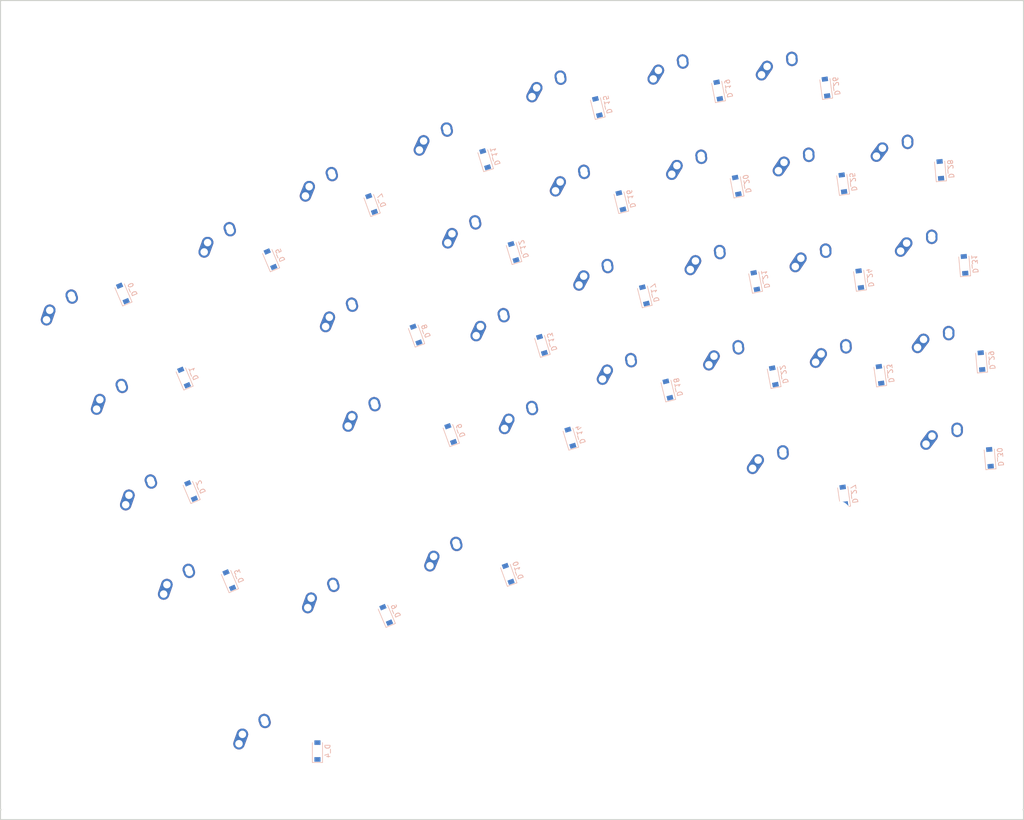
<source format=kicad_pcb>
(kicad_pcb (version 20240108) (generator "pcbnew") (generator_version "8.0")
  (layers (0 "F.Cu" signal) (31 "B.Cu" signal) (34 "B.Paste" user) (35 "F.Paste" user) (36 "B.SilkS" user "B.Silkscreen") (37 "F.SilkS" user "F.Silkscreen") (38 "B.Mask" user) (39 "F.Mask" user) (44 "Edge.Cuts" user))
  (net 0 "")
  (net 1 "col0")
  (net 2 "col1")
  (net 3 "col2")
  (net 4 "col3")
  (net 5 "col4")
  (net 6 "col5")
  (net 7 "col6")
  (net 8 "col7")
  (net 9 "row0")
  (net 10 "row1")
  (net 11 "row2")
  (net 12 "row3")
  (net 13 "row4")
  (net 14 "row5")
  (net 15 "Net-(D_0-Pad2)")
  (net 16 "Net-(D_5-Pad2)")
  (net 17 "Net-(D_7-Pad2)")
  (net 18 "Net-(D_11-Pad2)")
  (net 19 "Net-(D_15-Pad2)")
  (net 20 "Net-(D_19-Pad2)")
  (net 21 "Net-(D_26-Pad2)")
  (net 22 "Net-(D_1-Pad2)")
  (net 23 "Net-(D_12-Pad2)")
  (net 24 "Net-(D_16-Pad2)")
  (net 25 "Net-(D_20-Pad2)")
  (net 26 "Net-(D_25-Pad2)")
  (net 27 "Net-(D_28-Pad2)")
  (net 28 "Net-(D_2-Pad2)")
  (net 29 "Net-(D_8-Pad2)")
  (net 30 "Net-(D_13-Pad2)")
  (net 31 "Net-(D_17-Pad2)")
  (net 32 "Net-(D_21-Pad2)")
  (net 33 "Net-(D_24-Pad2)")
  (net 34 "Net-(D_31-Pad2)")
  (net 35 "Net-(D_3-Pad2)")
  (net 36 "Net-(D_9-Pad2)")
  (net 37 "Net-(D_14-Pad2)")
  (net 38 "Net-(D_18-Pad2)")
  (net 39 "Net-(D_22-Pad2)")
  (net 40 "Net-(D_23-Pad2)")
  (net 41 "Net-(D_29-Pad2)")
  (net 42 "Net-(D_4-Pad2)")
  (net 43 "Net-(D_27-Pad2)")
  (net 44 "Net-(D_30-Pad2)")
  (net 45 "Net-(D_6-Pad2)")
  (net 46 "Net-(D_10-Pad2)")
  (footprint "MX_Alps_Hybrid:MX-1U-NoLED" (layer "F.Cu") (at 77.384976 52.672167 20)
    (property "Reference" "K_7")
    (property "Value" "KEYSW")
    (pad "" np_thru_hole circle (at -5.08 0 68.0996) (size 1.75 1.75) (drill 1.75) (layers "*.Cu" "*.Mask"))
    (pad "" np_thru_hole circle (at 0 0 20) (size 3.9878 3.9878) (drill 3.9878) (layers "*.Cu" "*.Mask"))
    (pad "" np_thru_hole circle (at 5.08 0 68.0996) (size 1.75 1.75) (drill 1.75) (layers "*.Cu" "*.Mask"))
    (pad "1" thru_hole oval (at -3.81 -2.54 68.0996) (size 4.211556 2.25) (drill 1.47 (offset 0.980778 0)) (layers "*.Cu" "B.Mask") (net 3 "col2"))
    (pad "1" thru_hole circle (at -2.5 -4 20) (size 2.25 2.25) (drill 1.47) (layers "*.Cu" "B.Mask") (net 3 "col2"))
    (pad "2" thru_hole oval (at 2.5 -4.5 106.0548) (size 2.831378 2.25) (drill 1.47 (offset 0.290689 0)) (layers "*.Cu" "B.Mask") (net 17 "Net-(D_7-Pad2)"))
    (pad "2" thru_hole circle (at 2.54 -5.08 20) (size 2.25 2.25) (drill 1.47) (layers "*.Cu" "B.Mask") (net 17 "Net-(D_7-Pad2)"))
  )
  (footprint "MX_Alps_Hybrid:MX-1U-NoLED" (layer "F.Cu") (at 57.557569 63.514107 22)
    (property "Reference" "K_5")
    (property "Value" "KEYSW")
    (pad "" np_thru_hole circle (at -5.08 0 70.0996) (size 1.75 1.75) (drill 1.75) (layers "*.Cu" "*.Mask"))
    (pad "" np_thru_hole circle (at 0 0 22) (size 3.9878 3.9878) (drill 3.9878) (layers "*.Cu" "*.Mask"))
    (pad "" np_thru_hole circle (at 5.08 0 70.0996) (size 1.75 1.75) (drill 1.75) (layers "*.Cu" "*.Mask"))
    (pad "1" thru_hole oval (at -3.81 -2.54 70.0996) (size 4.211556 2.25) (drill 1.47 (offset 0.980778 0)) (layers "*.Cu" "B.Mask") (net 2 "col1"))
    (pad "1" thru_hole circle (at -2.5 -4 22) (size 2.25 2.25) (drill 1.47) (layers "*.Cu" "B.Mask") (net 2 "col1"))
    (pad "2" thru_hole oval (at 2.5 -4.5 108.0548) (size 2.831378 2.25) (drill 1.47 (offset 0.290689 0)) (layers "*.Cu" "B.Mask") (net 16 "Net-(D_5-Pad2)"))
    (pad "2" thru_hole circle (at 2.539999 -5.08 22) (size 2.25 2.25) (drill 1.47) (layers "*.Cu" "B.Mask") (net 16 "Net-(D_5-Pad2)"))
  )
  (footprint "MX_Alps_Hybrid:MX-1U-NoLED" (layer "F.Cu") (at 193.696477 64.610874 5)
    (property "Reference" "K_31")
    (property "Value" "KEYSW")
    (pad "" np_thru_hole circle (at -5.08 0 53.0996) (size 1.75 1.75) (drill 1.75) (layers "*.Cu" "*.Mask"))
    (pad "" np_thru_hole circle (at 0 0 5) (size 3.9878 3.9878) (drill 3.9878) (layers "*.Cu" "*.Mask"))
    (pad "" np_thru_hole circle (at 5.08 0 53.0996) (size 1.75 1.75) (drill 1.75) (layers "*.Cu" "*.Mask"))
    (pad "1" thru_hole oval (at -3.81 -2.54 53.0996) (size 4.211556 2.25) (drill 1.47 (offset 0.980778 0)) (layers "*.Cu" "B.Mask") (net 8 "col7"))
    (pad "1" thru_hole circle (at -2.5 -4 5) (size 2.25 2.25) (drill 1.47) (layers "*.Cu" "B.Mask") (net 8 "col7"))
    (pad "2" thru_hole oval (at 2.5 -4.499999 91.0548) (size 2.831378 2.25) (drill 1.47 (offset 0.290689 0)) (layers "*.Cu" "B.Mask") (net 34 "Net-(D_31-Pad2)"))
    (pad "2" thru_hole circle (at 2.54 -5.08 5) (size 2.25 2.25) (drill 1.47) (layers "*.Cu" "B.Mask") (net 34 "Net-(D_31-Pad2)"))
  )
  (footprint "MX_Alps_Hybrid:MX-1U-NoLED" (layer "F.Cu") (at 188.9521 45.975953 5)
    (property "Reference" "K_28")
    (property "Value" "KEYSW")
    (pad "" np_thru_hole circle (at -5.08 0 53.0996) (size 1.75 1.75) (drill 1.75) (layers "*.Cu" "*.Mask"))
    (pad "" np_thru_hole circle (at 0 0 5) (size 3.9878 3.9878) (drill 3.9878) (layers "*.Cu" "*.Mask"))
    (pad "" np_thru_hole circle (at 5.08 0 53.0996) (size 1.75 1.75) (drill 1.75) (layers "*.Cu" "*.Mask"))
    (pad "1" thru_hole oval (at -3.81 -2.54 53.0996) (size 4.211556 2.25) (drill 1.47 (offset 0.980778 0)) (layers "*.Cu" "B.Mask") (net 8 "col7"))
    (pad "1" thru_hole circle (at -2.5 -4 5) (size 2.25 2.25) (drill 1.47) (layers "*.Cu" "B.Mask") (net 8 "col7"))
    (pad "2" thru_hole oval (at 2.5 -4.499999 91.0548) (size 2.831378 2.25) (drill 1.47 (offset 0.290689 0)) (layers "*.Cu" "B.Mask") (net 27 "Net-(D_28-Pad2)"))
    (pad "2" thru_hole circle (at 2.54 -5.08 5) (size 2.25 2.25) (drill 1.47) (layers "*.Cu" "B.Mask") (net 27 "Net-(D_28-Pad2)"))
  )
  (footprint "MX_Alps_Hybrid:MX-1U-NoLED" (layer "F.Cu") (at 110.810379 80.321433 17)
    (property "Reference" "K_13")
    (property "Value" "KEYSW")
    (pad "" np_thru_hole circle (at -5.08 0 65.0996) (size 1.75 1.75) (drill 1.75) (layers "*.Cu" "*.Mask"))
    (pad "" np_thru_hole circle (at 0 0 17) (size 3.9878 3.9878) (drill 3.9878) (layers "*.Cu" "*.Mask"))
    (pad "" np_thru_hole circle (at 5.08 0 65.0996) (size 1.75 1.75) (drill 1.75) (layers "*.Cu" "*.Mask"))
    (pad "1" thru_hole oval (at -3.81 -2.54 65.0996) (size 4.211556 2.25) (drill 1.47 (offset 0.980778 0)) (layers "*.Cu" "B.Mask") (net 4 "col3"))
    (pad "1" thru_hole circle (at -2.5 -4 17) (size 2.25 2.25) (drill 1.47) (layers "*.Cu" "B.Mask") (net 4 "col3"))
    (pad "2" thru_hole oval (at 2.5 -4.5 103.0548) (size 2.831378 2.25) (drill 1.47 (offset 0.290689 0)) (layers "*.Cu" "B.Mask") (net 30 "Net-(D_13-Pad2)"))
    (pad "2" thru_hole circle (at 2.54 -5.08 17) (size 2.25 2.25) (drill 1.47) (layers "*.Cu" "B.Mask") (net 30 "Net-(D_13-Pad2)"))
  )
  (footprint "MX_Alps_Hybrid:MX-1U-NoLED" (layer "F.Cu") (at 152.655007 67.792086 11)
    (property "Reference" "K_21")
    (property "Value" "KEYSW")
    (pad "" np_thru_hole circle (at -5.08 0 59.0996) (size 1.75 1.75) (drill 1.75) (layers "*.Cu" "*.Mask"))
    (pad "" np_thru_hole circle (at 0 0 11) (size 3.9878 3.9878) (drill 3.9878) (layers "*.Cu" "*.Mask"))
    (pad "" np_thru_hole circle (at 5.08 0 59.0996) (size 1.75 1.75) (drill 1.75) (layers "*.Cu" "*.Mask"))
    (pad "1" thru_hole oval (at -3.81 -2.54 59.0996) (size 4.211556 2.25) (drill 1.47 (offset 0.980778 0)) (layers "*.Cu" "B.Mask") (net 6 "col5"))
    (pad "1" thru_hole circle (at -2.5 -4 11) (size 2.25 2.25) (drill 1.47) (layers "*.Cu" "B.Mask") (net 6 "col5"))
    (pad "2" thru_hole oval (at 2.5 -4.5 97.0548) (size 2.831378 2.25) (drill 1.47 (offset 0.290689 0)) (layers "*.Cu" "B.Mask") (net 32 "Net-(D_21-Pad2)"))
    (pad "2" thru_hole circle (at 2.54 -5.08 11) (size 2.25 2.25) (drill 1.47) (layers "*.Cu" "B.Mask") (net 32 "Net-(D_21-Pad2)"))
  )
  (footprint "MX_Alps_Hybrid:MX-2.25U-NoLED" (layer "F.Cu") (at 164.770325 107.036318 8)
    (property "Reference" "K_27")
    (property "Value" "KEYSW")
    (pad "" np_thru_hole circle (at -11.938 -6.985 8) (size 3.048 3.048) (drill 3.048) (layers "*.Cu" "*.Mask"))
    (pad "" np_thru_hole circle (at -11.938 8.255 8) (size 3.9878 3.9878) (drill 3.9878) (layers "*.Cu" "*.Mask"))
    (pad "" np_thru_hole circle (at -5.08 0 56.0996) (size 1.75 1.75) (drill 1.75) (layers "*.Cu" "*.Mask"))
    (pad "" np_thru_hole circle (at 0 0 8) (size 3.9878 3.9878) (drill 3.9878) (layers "*.Cu" "*.Mask"))
    (pad "" np_thru_hole circle (at 5.08 0 56.0996) (size 1.75 1.75) (drill 1.75) (layers "*.Cu" "*.Mask"))
    (pad "" np_thru_hole circle (at 11.938 -6.985 8) (size 3.048 3.048) (drill 3.048) (layers "*.Cu" "*.Mask"))
    (pad "" np_thru_hole circle (at 11.938 8.255 8) (size 3.9878 3.9878) (drill 3.9878) (layers "*.Cu" "*.Mask"))
    (pad "1" thru_hole oval (at -3.81 -2.54 56.0996) (size 4.211556 2.25) (drill 1.47 (offset 0.980778 0)) (layers "*.Cu" "B.Mask") (net 5 "col4"))
    (pad "1" thru_hole circle (at -2.5 -4.000002 8) (size 2.25 2.25) (drill 1.47) (layers "*.Cu" "B.Mask") (net 5 "col4"))
    (pad "2" thru_hole oval (at 2.5 -4.5 94.0548) (size 2.831378 2.25) (drill 1.47 (offset 0.290689 0)) (layers "*.Cu" "B.Mask") (net 43 "Net-(D_27-Pad2)"))
    (pad "2" thru_hole circle (at 2.54 -5.079998 8) (size 2.25 2.25) (drill 1.47) (layers "*.Cu" "B.Mask") (net 43 "Net-(D_27-Pad2)"))
  )
  (footprint "MX_Alps_Hybrid:MX-1U-NoLED" (layer "F.Cu") (at 166.524446 29.797096 8)
    (property "Reference" "K_26")
    (property "Value" "KEYSW")
    (pad "" np_thru_hole circle (at -5.08 0 56.0996) (size 1.75 1.75) (drill 1.75) (layers "*.Cu" "*.Mask"))
    (pad "" np_thru_hole circle (at 0 0 8) (size 3.9878 3.9878) (drill 3.9878) (layers "*.Cu" "*.Mask"))
    (pad "" np_thru_hole circle (at 5.08 0 56.0996) (size 1.75 1.75) (drill 1.75) (layers "*.Cu" "*.Mask"))
    (pad "1" thru_hole oval (at -3.81 -2.54 56.0996) (size 4.211556 2.25) (drill 1.47 (offset 0.980778 0)) (layers "*.Cu" "B.Mask") (net 7 "col6"))
    (pad "1" thru_hole circle (at -2.5 -4.000002 8) (size 2.25 2.25) (drill 1.47) (layers "*.Cu" "B.Mask") (net 7 "col6"))
    (pad "2" thru_hole oval (at 2.5 -4.5 94.0548) (size 2.831378 2.25) (drill 1.47 (offset 0.290689 0)) (layers "*.Cu" "B.Mask") (net 21 "Net-(D_26-Pad2)"))
    (pad "2" thru_hole circle (at 2.54 -5.079998 8) (size 2.25 2.25) (drill 1.47) (layers "*.Cu" "B.Mask") (net 21 "Net-(D_26-Pad2)"))
  )
  (footprint "MX_Alps_Hybrid:MX-1U-NoLED" (layer "F.Cu") (at 105.240698 62.103828 17)
    (property "Reference" "K_12")
    (property "Value" "KEYSW")
    (pad "" np_thru_hole circle (at -5.08 0 65.0996) (size 1.75 1.75) (drill 1.75) (layers "*.Cu" "*.Mask"))
    (pad "" np_thru_hole circle (at 0 0 17) (size 3.9878 3.9878) (drill 3.9878) (layers "*.Cu" "*.Mask"))
    (pad "" np_thru_hole circle (at 5.08 0 65.0996) (size 1.75 1.75) (drill 1.75) (layers "*.Cu" "*.Mask"))
    (pad "1" thru_hole oval (at -3.81 -2.54 65.0996) (size 4.211556 2.25) (drill 1.47 (offset 0.980778 0)) (layers "*.Cu" "B.Mask") (net 4 "col3"))
    (pad "1" thru_hole circle (at -2.5 -4 17) (size 2.25 2.25) (drill 1.47) (layers "*.Cu" "B.Mask") (net 4 "col3"))
    (pad "2" thru_hole oval (at 2.5 -4.5 103.0548) (size 2.831378 2.25) (drill 1.47 (offset 0.290689 0)) (layers "*.Cu" "B.Mask") (net 23 "Net-(D_12-Pad2)"))
    (pad "2" thru_hole circle (at 2.54 -5.08 17) (size 2.25 2.25) (drill 1.47) (layers "*.Cu" "B.Mask") (net 23 "Net-(D_12-Pad2)"))
  )
  (footprint "MX_Alps_Hybrid:MX-1.25U-NoLED" (layer "F.Cu") (at 64.382249 160.037331 22)
    (property "Reference" "K_4")
    (property "Value" "KEYSW")
    (pad "" np_thru_hole circle (at -5.08 0 70.0996) (size 1.75 1.75) (drill 1.75) (layers "*.Cu" "*.Mask"))
    (pad "" np_thru_hole circle (at 0 0 22) (size 3.9878 3.9878) (drill 3.9878) (layers "*.Cu" "*.Mask"))
    (pad "" np_thru_hole circle (at 5.08 0 70.0996) (size 1.75 1.75) (drill 1.75) (layers "*.Cu" "*.Mask"))
    (pad "1" thru_hole oval (at -3.81 -2.54 70.0996) (size 4.211556 2.25) (drill 1.47 (offset 0.980778 0)) (layers "*.Cu" "B.Mask") (net 1 "col0"))
    (pad "1" thru_hole circle (at -2.5 -4 22) (size 2.25 2.25) (drill 1.47) (layers "*.Cu" "B.Mask") (net 1 "col0"))
    (pad "2" thru_hole oval (at 2.5 -4.5 108.0548) (size 2.831378 2.25) (drill 1.47 (offset 0.290689 0)) (layers "*.Cu" "B.Mask") (net 42 "Net-(D_4-Pad2)"))
    (pad "2" thru_hole circle (at 2.54 -5.08 22) (size 2.25 2.25) (drill 1.47) (layers "*.Cu" "B.Mask") (net 42 "Net-(D_4-Pad2)"))
  )
  (footprint "MX_Alps_Hybrid:MX-1U-NoLED" (layer "F.Cu") (at 116.38006 98.539039 17)
    (property "Reference" "K_14")
    (property "Value" "KEYSW")
    (pad "" np_thru_hole circle (at -5.08 0 65.0996) (size 1.75 1.75) (drill 1.75) (layers "*.Cu" "*.Mask"))
    (pad "" np_thru_hole circle (at 0 0 17) (size 3.9878 3.9878) (drill 3.9878) (layers "*.Cu" "*.Mask"))
    (pad "" np_thru_hole circle (at 5.08 0 65.0996) (size 1.75 1.75) (drill 1.75) (layers "*.Cu" "*.Mask"))
    (pad "1" thru_hole oval (at -3.81 -2.54 65.0996) (size 4.211556 2.25) (drill 1.47 (offset 0.980778 0)) (layers "*.Cu" "B.Mask") (net 4 "col3"))
    (pad "1" thru_hole circle (at -2.5 -4 17) (size 2.25 2.25) (drill 1.47) (layers "*.Cu" "B.Mask") (net 4 "col3"))
    (pad "2" thru_hole oval (at 2.5 -4.5 103.0548) (size 2.831378 2.25) (drill 1.47 (offset 0.290689 0)) (layers "*.Cu" "B.Mask") (net 37 "Net-(D_14-Pad2)"))
    (pad "2" thru_hole circle (at 2.54 -5.08 17) (size 2.25 2.25) (drill 1.47) (layers "*.Cu" "B.Mask") (net 37 "Net-(D_14-Pad2)"))
  )
  (footprint "MX_Alps_Hybrid:MX-1U-NoLED" (layer "F.Cu") (at 26.644716 76.743148 23)
    (property "Reference" "K_0")
    (property "Value" "KEYSW")
    (pad "" np_thru_hole circle (at -5.08 0 71.0996) (size 1.75 1.75) (drill 1.75) (layers "*.Cu" "*.Mask"))
    (pad "" np_thru_hole circle (at 0 0 23) (size 3.9878 3.9878) (drill 3.9878) (layers "*.Cu" "*.Mask"))
    (pad "" np_thru_hole circle (at 5.08 0 71.0996) (size 1.75 1.75) (drill 1.75) (layers "*.Cu" "*.Mask"))
    (pad "1" thru_hole oval (at -3.81 -2.54 71.0996) (size 4.211556 2.25) (drill 1.47 (offset 0.980778 0)) (layers "*.Cu" "B.Mask") (net 1 "col0"))
    (pad "1" thru_hole circle (at -2.5 -4.000001 23) (size 2.25 2.25) (drill 1.47) (layers "*.Cu" "B.Mask") (net 1 "col0"))
    (pad "2" thru_hole oval (at 2.5 -4.5 109.0548) (size 2.831378 2.25) (drill 1.47 (offset 0.290689 0)) (layers "*.Cu" "B.Mask") (net 15 "Net-(D_0-Pad2)"))
    (pad "2" thru_hole circle (at 2.54 -5.08 23) (size 2.25 2.25) (drill 1.47) (layers "*.Cu" "B.Mask") (net 15 "Net-(D_0-Pad2)"))
  )
  (footprint "MX_Alps_Hybrid:MX-1U-NoLED" (layer "F.Cu") (at 99.671017 43.886222 17)
    (property "Reference" "K_11")
    (property "Value" "KEYSW")
    (pad "" np_thru_hole circle (at -5.08 0 65.0996) (size 1.75 1.75) (drill 1.75) (layers "*.Cu" "*.Mask"))
    (pad "" np_thru_hole circle (at 0 0 17) (size 3.9878 3.9878) (drill 3.9878) (layers "*.Cu" "*.Mask"))
    (pad "" np_thru_hole circle (at 5.08 0 65.0996) (size 1.75 1.75) (drill 1.75) (layers "*.Cu" "*.Mask"))
    (pad "1" thru_hole oval (at -3.81 -2.54 65.0996) (size 4.211556 2.25) (drill 1.47 (offset 0.980778 0)) (layers "*.Cu" "B.Mask") (net 4 "col3"))
    (pad "1" thru_hole circle (at -2.5 -4 17) (size 2.25 2.25) (drill 1.47) (layers "*.Cu" "B.Mask") (net 4 "col3"))
    (pad "2" thru_hole oval (at 2.5 -4.5 103.0548) (size 2.831378 2.25) (drill 1.47 (offset 0.290689 0)) (layers "*.Cu" "B.Mask") (net 18 "Net-(D_11-Pad2)"))
    (pad "2" thru_hole circle (at 2.54 -5.08 17) (size 2.25 2.25) (drill 1.47) (layers "*.Cu" "B.Mask") (net 18 "Net-(D_11-Pad2)"))
  )
  (footprint "MX_Alps_Hybrid:MX-1U-NoLED" (layer "F.Cu") (at 177.129436 86.205522 8)
    (property "Reference" "K_23")
    (property "Value" "KEYSW")
    (pad "" np_thru_hole circle (at -5.08 0 56.0996) (size 1.75 1.75) (drill 1.75) (layers "*.Cu" "*.Mask"))
    (pad "" np_thru_hole circle (at 0 0 8) (size 3.9878 3.9878) (drill 3.9878) (layers "*.Cu" "*.Mask"))
    (pad "" np_thru_hole circle (at 5.08 0 56.0996) (size 1.75 1.75) (drill 1.75) (layers "*.Cu" "*.Mask"))
    (pad "1" thru_hole oval (at -3.81 -2.54 56.0996) (size 4.211556 2.25) (drill 1.47 (offset 0.980778 0)) (layers "*.Cu" "B.Mask") (net 7 "col6"))
    (pad "1" thru_hole circle (at -2.5 -4.000002 8) (size 2.25 2.25) (drill 1.47) (layers "*.Cu" "B.Mask") (net 7 "col6"))
    (pad "2" thru_hole oval (at 2.5 -4.5 94.0548) (size 2.831378 2.25) (drill 1.47 (offset 0.290689 0)) (layers "*.Cu" "B.Mask") (net 40 "Net-(D_23-Pad2)"))
    (pad "2" thru_hole circle (at 2.54 -5.079998 8) (size 2.25 2.25) (drill 1.47) (layers "*.Cu" "B.Mask") (net 40 "Net-(D_23-Pad2)"))
  )
  (footprint "MX_Alps_Hybrid:MX-1U-NoLED" (layer "F.Cu") (at 173.152565 67.433612 8)
    (property "Reference" "K_24")
    (property "Value" "KEYSW")
    (pad "" np_thru_hole circle (at -5.08 0 56.0996) (size 1.75 1.75) (drill 1.75) (layers "*.Cu" "*.Mask"))
    (pad "" np_thru_hole circle (at 0 0 8) (size 3.9878 3.9878) (drill 3.9878) (layers "*.Cu" "*.Mask"))
    (pad "" np_thru_hole circle (at 5.08 0 56.0996) (size 1.75 1.75) (drill 1.75) (layers "*.Cu" "*.Mask"))
    (pad "1" thru_hole oval (at -3.81 -2.54 56.0996) (size 4.211556 2.25) (drill 1.47 (offset 0.980778 0)) (layers "*.Cu" "B.Mask") (net 7 "col6"))
    (pad "1" thru_hole circle (at -2.5 -4.000002 8) (size 2.25 2.25) (drill 1.47) (layers "*.Cu" "B.Mask") (net 7 "col6"))
    (pad "2" thru_hole oval (at 2.5 -4.5 94.0548) (size 2.831378 2.25) (drill 1.47 (offset 0.290689 0)) (layers "*.Cu" "B.Mask") (net 33 "Net-(D_24-Pad2)"))
    (pad "2" thru_hole circle (at 2.54 -5.079998 8) (size 2.25 2.25) (drill 1.47) (layers "*.Cu" "B.Mask") (net 33 "Net-(D_24-Pad2)"))
  )
  (footprint "MX_Alps_Hybrid:MX-1U-NoLED" (layer "F.Cu") (at 121.688703 33.640161 14)
    (property "Reference" "K_15")
    (property "Value" "KEYSW")
    (pad "" np_thru_hole circle (at -5.08 0 62.0996) (size 1.75 1.75) (drill 1.75) (layers "*.Cu" "*.Mask"))
    (pad "" np_thru_hole circle (at 0 0 14) (size 3.9878 3.9878) (drill 3.9878) (layers "*.Cu" "*.Mask"))
    (pad "" np_thru_hole circle (at 5.08 0 62.0996) (size 1.75 1.75) (drill 1.75) (layers "*.Cu" "*.Mask"))
    (pad "1" thru_hole oval (at -3.81 -2.54 62.0996) (size 4.211556 2.25) (drill 1.47 (offset 0.980778 0)) (layers "*.Cu" "B.Mask") (net 5 "col4"))
    (pad "1" thru_hole circle (at -2.5 -4 14) (size 2.25 2.25) (drill 1.47) (layers "*.Cu" "B.Mask") (net 5 "col4"))
    (pad "2" thru_hole oval (at 2.5 -4.5 100.0548) (size 2.831378 2.25) (drill 1.47 (offset 0.290689 0)) (layers "*.Cu" "B.Mask") (net 19 "Net-(D_15-Pad2)"))
    (pad "2" thru_hole circle (at 2.54 -5.08 14) (size 2.25 2.25) (drill 1.47) (layers "*.Cu" "B.Mask") (net 19 "Net-(D_15-Pad2)"))
  )
  (footprint "MX_Alps_Hybrid:MX-1U-NoLED" (layer "F.Cu") (at 49.619297 130.581576 23)
    (property "Reference" "K_3")
    (property "Value" "KEYSW")
    (pad "" np_thru_hole circle (at -5.08 0 71.0996) (size 1.75 1.75) (drill 1.75) (layers "*.Cu" "*.Mask"))
    (pad "" np_thru_hole circle (at 0 0 23) (size 3.9878 3.9878) (drill 3.9878) (layers "*.Cu" "*.Mask"))
    (pad "" np_thru_hole circle (at 5.08 0 71.0996) (size 1.75 1.75) (drill 1.75) (layers "*.Cu" "*.Mask"))
    (pad "1" thru_hole oval (at -3.81 -2.54 71.0996) (size 4.211556 2.25) (drill 1.47 (offset 0.980778 0)) (layers "*.Cu" "B.Mask") (net 1 "col0"))
    (pad "1" thru_hole circle (at -2.5 -4.000001 23) (size 2.25 2.25) (drill 1.47) (layers "*.Cu" "B.Mask") (net 1 "col0"))
    (pad "2" thru_hole oval (at 2.5 -4.5 109.0548) (size 2.831378 2.25) (drill 1.47 (offset 0.290689 0)) (layers "*.Cu" "B.Mask") (net 35 "Net-(D_3-Pad2)"))
    (pad "2" thru_hole circle (at 2.54 -5.08 23) (size 2.25 2.25) (drill 1.47) (layers "*.Cu" "B.Mask") (net 35 "Net-(D_3-Pad2)"))
  )
  (footprint "MX_Alps_Hybrid:MX-1U-NoLED" (layer "F.Cu") (at 198.677428 102.493401 5)
    (property "Reference" "K_30")
    (property "Value" "KEYSW")
    (pad "" np_thru_hole circle (at -5.08 0 53.0996) (size 1.75 1.75) (drill 1.75) (layers "*.Cu" "*.Mask"))
    (pad "" np_thru_hole circle (at 0 0 5) (size 3.9878 3.9878) (drill 3.9878) (layers "*.Cu" "*.Mask"))
    (pad "" np_thru_hole circle (at 5.08 0 53.0996) (size 1.75 1.75) (drill 1.75) (layers "*.Cu" "*.Mask"))
    (pad "1" thru_hole oval (at -3.81 -2.54 53.0996) (size 4.211556 2.25) (drill 1.47 (offset 0.980778 0)) (layers "*.Cu" "B.Mask") (net 8 "col7"))
    (pad "1" thru_hole circle (at -2.5 -4 5) (size 2.25 2.25) (drill 1.47) (layers "*.Cu" "B.Mask") (net 8 "col7"))
    (pad "2" thru_hole oval (at 2.5 -4.499999 91.0548) (size 2.831378 2.25) (drill 1.47 (offset 0.290689 0)) (layers "*.Cu" "B.Mask") (net 44 "Net-(D_30-Pad2)"))
    (pad "2" thru_hole circle (at 2.54 -5.08 5) (size 2.25 2.25) (drill 1.47) (layers "*.Cu" "B.Mask") (net 44 "Net-(D_30-Pad2)"))
  )
  (footprint "MX_Alps_Hybrid:MX-1.75U-NoLED" (layer "F.Cu") (at 85.762706 97.836354 20)
    (property "Reference" "K_9")
    (property "Value" "KEYSW")
    (pad "" np_thru_hole circle (at -5.08 0 68.0996) (size 1.75 1.75) (drill 1.75) (layers "*.Cu" "*.Mask"))
    (pad "" np_thru_hole circle (at 0 0 20) (size 3.9878 3.9878) (drill 3.9878) (layers "*.Cu" "*.Mask"))
    (pad "" np_thru_hole circle (at 5.08 0 68.0996) (size 1.75 1.75) (drill 1.75) (layers "*.Cu" "*.Mask"))
    (pad "1" thru_hole oval (at -3.81 -2.54 68.0996) (size 4.211556 2.25) (drill 1.47 (offset 0.980778 0)) (layers "*.Cu" "B.Mask") (net 3 "col2"))
    (pad "1" thru_hole circle (at -2.5 -4 20) (size 2.25 2.25) (drill 1.47) (layers "*.Cu" "B.Mask") (net 3 "col2"))
    (pad "2" thru_hole oval (at 2.5 -4.5 106.0548) (size 2.831378 2.25) (drill 1.47 (offset 0.290689 0)) (layers "*.Cu" "B.Mask") (net 36 "Net-(D_9-Pad2)"))
    (pad "2" thru_hole circle (at 2.54 -5.08 20) (size 2.25 2.25) (drill 1.47) (layers "*.Cu" "B.Mask") (net 36 "Net-(D_9-Pad2)"))
  )
  (footprint "MX_Alps_Hybrid:MX-1.25U-NoLED" (layer "F.Cu") (at 36.469394 94.278765 23)
    (property "Reference" "K_1")
    (property "Value" "KEYSW")
    (pad "" np_thru_hole circle (at -5.08 0 71.0996) (size 1.75 1.75) (drill 1.75) (layers "*.Cu" "*.Mask"))
    (pad "" np_thru_hole circle (at 0 0 23) (size 3.9878 3.9878) (drill 3.9878) (layers "*.Cu" "*.Mask"))
    (pad "" np_thru_hole circle (at 5.08 0 71.0996) (size 1.75 1.75) (drill 1.75) (layers "*.Cu" "*.Mask"))
    (pad "1" thru_hole oval (at -3.81 -2.54 71.0996) (size 4.211556 2.25) (drill 1.47 (offset 0.980778 0)) (layers "*.Cu" "B.Mask") (net 1 "col0"))
    (pad "1" thru_hole circle (at -2.5 -4.000001 23) (size 2.25 2.25) (drill 1.47) (layers "*.Cu" "B.Mask") (net 1 "col0"))
    (pad "2" thru_hole oval (at 2.5 -4.5 109.0548) (size 2.831378 2.25) (drill 1.47 (offset 0.290689 0)) (layers "*.Cu" "B.Mask") (net 22 "Net-(D_1-Pad2)"))
    (pad "2" thru_hole circle (at 2.54 -5.08 23) (size 2.25 2.25) (drill 1.47) (layers "*.Cu" "B.Mask") (net 22 "Net-(D_1-Pad2)"))
  )
  (footprint "MX_Alps_Hybrid:MX-1U-NoLED" (layer "F.Cu") (at 126.297315 52.124294 14)
    (property "Reference" "K_16")
    (property "Value" "KEYSW")
    (pad "" np_thru_hole circle (at -5.08 0 62.0996) (size 1.75 1.75) (drill 1.75) (layers "*.Cu" "*.Mask"))
    (pad "" np_thru_hole circle (at 0 0 14) (size 3.9878 3.9878) (drill 3.9878) (layers "*.Cu" "*.Mask"))
    (pad "" np_thru_hole circle (at 5.08 0 62.0996) (size 1.75 1.75) (drill 1.75) (layers "*.Cu" "*.Mask"))
    (pad "1" thru_hole oval (at -3.81 -2.54 62.0996) (size 4.211556 2.25) (drill 1.47 (offset 0.980778 0)) (layers "*.Cu" "B.Mask") (net 5 "col4"))
    (pad "1" thru_hole circle (at -2.5 -4 14) (size 2.25 2.25) (drill 1.47) (layers "*.Cu" "B.Mask") (net 5 "col4"))
    (pad "2" thru_hole oval (at 2.5 -4.5 100.0548) (size 2.831378 2.25) (drill 1.47 (offset 0.290689 0)) (layers "*.Cu" "B.Mask") (net 24 "Net-(D_16-Pad2)"))
    (pad "2" thru_hole circle (at 2.54 -5.08 14) (size 2.25 2.25) (drill 1.47) (layers "*.Cu" "B.Mask") (net 24 "Net-(D_16-Pad2)"))
  )
  (footprint "MX_Alps_Hybrid:MX-1U-NoLED" (layer "F.Cu") (at 42.175869 113.045959 23)
    (property "Reference" "K_2")
    (property "Value" "KEYSW")
    (pad "" np_thru_hole circle (at -5.08 0 71.0996) (size 1.75 1.75) (drill 1.75) (layers "*.Cu" "*.Mask"))
    (pad "" np_thru_hole circle (at 0 0 23) (size 3.9878 3.9878) (drill 3.9878) (layers "*.Cu" "*.Mask"))
    (pad "" np_thru_hole circle (at 5.08 0 71.0996) (size 1.75 1.75) (drill 1.75) (layers "*.Cu" "*.Mask"))
    (pad "1" thru_hole oval (at -3.81 -2.54 71.0996) (size 4.211556 2.25) (drill 1.47 (offset 0.980778 0)) (layers "*.Cu" "B.Mask") (net 1 "col0"))
    (pad "1" thru_hole circle (at -2.5 -4.000001 23) (size 2.25 2.25) (drill 1.47) (layers "*.Cu" "B.Mask") (net 1 "col0"))
    (pad "2" thru_hole oval (at 2.5 -4.5 109.0548) (size 2.831378 2.25) (drill 1.47 (offset 0.290689 0)) (layers "*.Cu" "B.Mask") (net 28 "Net-(D_2-Pad2)"))
    (pad "2" thru_hole circle (at 2.54 -5.08 23) (size 2.25 2.25) (drill 1.47) (layers "*.Cu" "B.Mask") (net 28 "Net-(D_2-Pad2)"))
  )
  (footprint "MX_Alps_Hybrid:MX-1U-NoLED" (layer "F.Cu") (at 197.017111 83.515892 5)
    (property "Reference" "K_29")
    (property "Value" "KEYSW")
    (pad "" np_thru_hole circle (at -5.08 0 53.0996) (size 1.75 1.75) (drill 1.75) (layers "*.Cu" "*.Mask"))
    (pad "" np_thru_hole circle (at 0 0 5) (size 3.9878 3.9878) (drill 3.9878) (layers "*.Cu" "*.Mask"))
    (pad "" np_thru_hole circle (at 5.08 0 53.0996) (size 1.75 1.75) (drill 1.75) (layers "*.Cu" "*.Mask"))
    (pad "1" thru_hole oval (at -3.81 -2.54 53.0996) (size 4.211556 2.25) (drill 1.47 (offset 0.980778 0)) (layers "*.Cu" "B.Mask") (net 8 "col7"))
    (pad "1" thru_hole circle (at -2.5 -4 5) (size 2.25 2.25) (drill 1.47) (layers "*.Cu" "B.Mask") (net 8 "col7"))
    (pad "2" thru_hole oval (at 2.5 -4.499999 91.0548) (size 2.831378 2.25) (drill 1.47 (offset 0.290689 0)) (layers "*.Cu" "B.Mask") (net 41 "Net-(D_29-Pad2)"))
    (pad "2" thru_hole circle (at 2.54 -5.08 5) (size 2.25 2.25) (drill 1.47) (layers "*.Cu" "B.Mask") (net 41 "Net-(D_29-Pad2)"))
  )
  (footprint "MX_Alps_Hybrid:MX-1U-NoLED" (layer "F.Cu") (at 149.020096 49.092088 11)
    (property "Reference" "K_20")
    (property "Value" "KEYSW")
    (pad "" np_thru_hole circle (at -5.08 0 59.0996) (size 1.75 1.75) (drill 1.75) (layers "*.Cu" "*.Mask"))
    (pad "" np_thru_hole circle (at 0 0 11) (size 3.9878 3.9878) (drill 3.9878) (layers "*.Cu" "*.Mask"))
    (pad "" np_thru_hole circle (at 5.08 0 59.0996) (size 1.75 1.75) (drill 1.75) (layers "*.Cu" "*.Mask"))
    (pad "1" thru_hole oval (at -3.81 -2.54 59.0996) (size 4.211556 2.25) (drill 1.47 (offset 0.980778 0)) (layers "*.Cu" "B.Mask") (net 6 "col5"))
    (pad "1" thru_hole circle (at -2.5 -4 11) (size 2.25 2.25) (drill 1.47) (layers "*.Cu" "B.Mask") (net 6 "col5"))
    (pad "2" thru_hole oval (at 2.5 -4.5 97.0548) (size 2.831378 2.25) (drill 1.47 (offset 0.290689 0)) (layers "*.Cu" "B.Mask") (net 25 "Net-(D_20-Pad2)"))
    (pad "2" thru_hole circle (at 2.54 -5.08 11) (size 2.25 2.25) (drill 1.47) (layers "*.Cu" "B.Mask") (net 25 "Net-(D_20-Pad2)"))
  )
  (footprint "MX_Alps_Hybrid:MX-1.25U-NoLED" (layer "F.Cu") (at 101.80319 125.262499 20)
    (property "Reference" "K_10")
    (property "Value" "KEYSW")
    (pad "" np_thru_hole circle (at -5.08 0 68.0996) (size 1.75 1.75) (drill 1.75) (layers "*.Cu" "*.Mask"))
    (pad "" np_thru_hole circle (at 0 0 20) (size 3.9878 3.9878) (drill 3.9878) (layers "*.Cu" "*.Mask"))
    (pad "" np_thru_hole circle (at 5.08 0 68.0996) (size 1.75 1.75) (drill 1.75) (layers "*.Cu" "*.Mask"))
    (pad "1" thru_hole oval (at -3.81 -2.54 68.0996) (size 4.211556 2.25) (drill 1.47 (offset 0.980778 0)) (layers "*.Cu" "B.Mask") (net 3 "col2"))
    (pad "1" thru_hole circle (at -2.5 -4 20) (size 2.25 2.25) (drill 1.47) (layers "*.Cu" "B.Mask") (net 3 "col2"))
    (pad "2" thru_hole oval (at 2.5 -4.5 106.0548) (size 2.831378 2.25) (drill 1.47 (offset 0.290689 0)) (layers "*.Cu" "B.Mask") (net 46 "Net-(D_10-Pad2)"))
    (pad "2" thru_hole circle (at 2.54 -5.08 20) (size 2.25 2.25) (drill 1.47) (layers "*.Cu" "B.Mask") (net 46 "Net-(D_10-Pad2)"))
  )
  (footprint "MX_Alps_Hybrid:MX-1.25U-NoLED" (layer "F.Cu") (at 77.868351 133.317931 22)
    (property "Reference" "K_6")
    (property "Value" "KEYSW")
    (pad "" np_thru_hole circle (at -5.08 0 70.0996) (size 1.75 1.75) (drill 1.75) (layers "*.Cu" "*.Mask"))
    (pad "" np_thru_hole circle (at 0 0 22) (size 3.9878 3.9878) (drill 3.9878) (layers "*.Cu" "*.Mask"))
    (pad "" np_thru_hole circle (at 5.08 0 70.0996) (size 1.75 1.75) (drill 1.75) (layers "*.Cu" "*.Mask"))
    (pad "1" thru_hole oval (at -3.81 -2.54 70.0996) (size 4.211556 2.25) (drill 1.47 (offset 0.980778 0)) (layers "*.Cu" "B.Mask") (net 2 "col1"))
    (pad "1" thru_hole circle (at -2.5 -4 22) (size 2.25 2.25) (drill 1.47) (layers "*.Cu" "B.Mask") (net 2 "col1"))
    (pad "2" thru_hole oval (at 2.5 -4.5 108.0548) (size 2.831378 2.25) (drill 1.47 (offset 0.290689 0)) (layers "*.Cu" "B.Mask") (net 45 "Net-(D_6-Pad2)"))
    (pad "2" thru_hole circle (at 2.54 -5.08 22) (size 2.25 2.25) (drill 1.47) (layers "*.Cu" "B.Mask") (net 45 "Net-(D_6-Pad2)"))
  )
  (footprint "MX_Alps_Hybrid:MX-1U-NoLED" (layer "F.Cu") (at 130.905927 70.608428 14)
    (property "Reference" "K_17")
    (property "Value" "KEYSW")
    (pad "" np_thru_hole circle (at -5.08 0 62.0996) (size 1.75 1.75) (drill 1.75) (layers "*.Cu" "*.Mask"))
    (pad "" np_thru_hole circle (at 0 0 14) (size 3.9878 3.9878) (drill 3.9878) (layers "*.Cu" "*.Mask"))
    (pad "" np_thru_hole circle (at 5.08 0 62.0996) (size 1.75 1.75) (drill 1.75) (layers "*.Cu" "*.Mask"))
    (pad "1" thru_hole oval (at -3.81 -2.54 62.0996) (size 4.211556 2.25) (drill 1.47 (offset 0.980778 0)) (layers "*.Cu" "B.Mask") (net 5 "col4"))
    (pad "1" thru_hole circle (at -2.5 -4 14) (size 2.25 2.25) (drill 1.47) (layers "*.Cu" "B.Mask") (net 5 "col4"))
    (pad "2" thru_hole oval (at 2.5 -4.5 100.0548) (size 2.831378 2.25) (drill 1.47 (offset 0.290689 0)) (layers "*.Cu" "B.Mask") (net 31 "Net-(D_17-Pad2)"))
    (pad "2" thru_hole circle (at 2.54 -5.08 14) (size 2.25 2.25) (drill 1.47) (layers "*.Cu" "B.Mask") (net 31 "Net-(D_17-Pad2)"))
  )
  (footprint "MX_Alps_Hybrid:MX-1U-NoLED" (layer "F.Cu") (at 135.514539 89.092562 14)
    (property "Reference" "K_18")
    (property "Value" "KEYSW")
    (pad "" np_thru_hole circle (at -5.08 0 62.0996) (size 1.75 1.75) (drill 1.75) (layers "*.Cu" "*.Mask"))
    (pad "" np_thru_hole circle (at 0 0 14) (size 3.9878 3.9878) (drill 3.9878) (layers "*.Cu" "*.Mask"))
    (pad "" np_thru_hole circle (at 5.08 0 62.0996) (size 1.75 1.75) (drill 1.75) (layers "*.Cu" "*.Mask"))
    (pad "1" thru_hole oval (at -3.81 -2.54 62.0996) (size 4.211556 2.25) (drill 1.47 (offset 0.980778 0)) (layers "*.Cu" "B.Mask") (net 5 "col4"))
    (pad "1" thru_hole circle (at -2.5 -4 14) (size 2.25 2.25) (drill 1.47) (layers "*.Cu" "B.Mask") (net 5 "col4"))
    (pad "2" thru_hole oval (at 2.5 -4.5 100.0548) (size 2.831378 2.25) (drill 1.47 (offset 0.290689 0)) (layers "*.Cu" "B.Mask") (net 38 "Net-(D_18-Pad2)"))
    (pad "2" thru_hole circle (at 2.54 -5.08 14) (size 2.25 2.25) (drill 1.47) (layers "*.Cu" "B.Mask") (net 38 "Net-(D_18-Pad2)"))
  )
  (footprint "MX_Alps_Hybrid:MX-1U-NoLED" (layer "F.Cu") (at 156.289919 86.492084 11)
    (property "Reference" "K_22")
    (property "Value" "KEYSW")
    (pad "" np_thru_hole circle (at -5.08 0 59.0996) (size 1.75 1.75) (drill 1.75) (layers "*.Cu" "*.Mask"))
    (pad "" np_thru_hole circle (at 0 0 11) (size 3.9878 3.9878) (drill 3.9878) (layers "*.Cu" "*.Mask"))
    (pad "" np_thru_hole circle (at 5.08 0 59.0996) (size 1.75 1.75) (drill 1.75) (layers "*.Cu" "*.Mask"))
    (pad "1" thru_hole oval (at -3.81 -2.54 59.0996) (size 4.211556 2.25) (drill 1.47 (offset 0.980778 0)) (layers "*.Cu" "B.Mask") (net 6 "col5"))
    (pad "1" thru_hole circle (at -2.5 -4 11) (size 2.25 2.25) (drill 1.47) (layers "*.Cu" "B.Mask") (net 6 "col5"))
    (pad "2" thru_hole oval (at 2.5 -4.5 97.0548) (size 2.831378 2.25) (drill 1.47 (offset 0.290689 0)) (layers "*.Cu" "B.Mask") (net 39 "Net-(D_22-Pad2)"))
    (pad "2" thru_hole circle (at 2.54 -5.08 11) (size 2.25 2.25) (drill 1.47) (layers "*.Cu" "B.Mask") (net 39 "Net-(D_22-Pad2)"))
  )
  (footprint "MX_Alps_Hybrid:MX-1U-NoLED" (layer "F.Cu") (at 145.385185 30.39209 11)
    (property "Reference" "K_19")
    (property "Value" "KEYSW")
    (pad "" np_thru_hole circle (at -5.08 0 59.0996) (size 1.75 1.75) (drill 1.75) (layers "*.Cu" "*.Mask"))
    (pad "" np_thru_hole circle (at 0 0 11) (size 3.9878 3.9878) (drill 3.9878) (layers "*.Cu" "*.Mask"))
    (pad "" np_thru_hole circle (at 5.08 0 59.0996) (size 1.75 1.75) (drill 1.75) (layers "*.Cu" "*.Mask"))
    (pad "1" thru_hole oval (at -3.81 -2.54 59.0996) (size 4.211556 2.25) (drill 1.47 (offset 0.980778 0)) (layers "*.Cu" "B.Mask") (net 6 "col5"))
    (pad "1" thru_hole circle (at -2.5 -4 11) (size 2.25 2.25) (drill 1.47) (layers "*.Cu" "B.Mask") (net 6 "col5"))
    (pad "2" thru_hole oval (at 2.5 -4.5 97.0548) (size 2.831378 2.25) (drill 1.47 (offset 0.290689 0)) (layers "*.Cu" "B.Mask") (net 20 "Net-(D_19-Pad2)"))
    (pad "2" thru_hole circle (at 2.54 -5.08 11) (size 2.25 2.25) (drill 1.47) (layers "*.Cu" "B.Mask") (net 20 "Net-(D_19-Pad2)"))
  )
  (footprint "MX_Alps_Hybrid:MX-1U-NoLED" (layer "F.Cu") (at 169.838506 48.615354 8)
    (property "Reference" "K_25")
    (property "Value" "KEYSW")
    (pad "" np_thru_hole circle (at -5.08 0 56.0996) (size 1.75 1.75) (drill 1.75) (layers "*.Cu" "*.Mask"))
    (pad "" np_thru_hole circle (at 0 0 8) (size 3.9878 3.9878) (drill 3.9878) (layers "*.Cu" "*.Mask"))
    (pad "" np_thru_hole circle (at 5.08 0 56.0996) (size 1.75 1.75) (drill 1.75) (layers "*.Cu" "*.Mask"))
    (pad "1" thru_hole oval (at -3.81 -2.54 56.0996) (size 4.211556 2.25) (drill 1.47 (offset 0.980778 0)) (layers "*.Cu" "B.Mask") (net 7 "col6"))
    (pad "1" thru_hole circle (at -2.5 -4.000002 8) (size 2.25 2.25) (drill 1.47) (layers "*.Cu" "B.Mask") (net 7 "col6"))
    (pad "2" thru_hole oval (at 2.5 -4.5 94.0548) (size 2.831378 2.25) (drill 1.47 (offset 0.290689 0)) (layers "*.Cu" "B.Mask") (net 26 "Net-(D_25-Pad2)"))
    (pad "2" thru_hole circle (at 2.54 -5.079998 8) (size 2.25 2.25) (drill 1.47) (layers "*.Cu" "B.Mask") (net 26 "Net-(D_25-Pad2)"))
  )
  (footprint "MX_Alps_Hybrid:MX-1.5U-NoLED" (layer "F.Cu") (at 81.341258 78.306339 20)
    (property "Reference" "K_8")
    (property "Value" "KEYSW")
    (pad "" np_thru_hole circle (at -5.08 0 68.0996) (size 1.75 1.75) (drill 1.75) (layers "*.Cu" "*.Mask"))
    (pad "" np_thru_hole circle (at 0 0 20) (size 3.9878 3.9878) (drill 3.9878) (layers "*.Cu" "*.Mask"))
    (pad "" np_thru_hole circle (at 5.08 0 68.0996) (size 1.75 1.75) (drill 1.75) (layers "*.Cu" "*.Mask"))
    (pad "1" thru_hole oval (at -3.81 -2.54 68.0996) (size 4.211556 2.25) (drill 1.47 (offset 0.980778 0)) (layers "*.Cu" "B.Mask") (net 3 "col2"))
    (pad "1" thru_hole circle (at -2.5 -4 20) (size 2.25 2.25) (drill 1.47) (layers "*.Cu" "B.Mask") (net 3 "col2"))
    (pad "2" thru_hole oval (at 2.5 -4.5 106.0548) (size 2.831378 2.25) (drill 1.47 (offset 0.290689 0)) (layers "*.Cu" "B.Mask") (net 29 "Net-(D_8-Pad2)"))
    (pad "2" thru_hole circle (at 2.54 -5.08 20) (size 2.25 2.25) (drill 1.47) (layers "*.Cu" "B.Mask") (net 29 "Net-(D_8-Pad2)"))
  )
  (footprint "Diode_SMD:D_SOD-123" (layer "B.Cu") (at 185.654436 86.705522 98)
    (property "Reference" "D_23" (at 0 2 98) (layer "B.SilkS") (effects (justify mirror)))
    (property "Value" "D")
    (pad "1" smd rect (at -1.65 0 98) (size 0.9 1.2) (layers "B.Cu" "B.Paste" "B.Mask") (net 12 "row3"))
    (pad "2" smd rect (at 1.65 0 98) (size 0.9 1.2) (layers "B.Cu" "B.Paste" "B.Mask") (net 40 "Net-(D_23-Pad2)"))
  )
  (footprint "Diode_SMD:D_SOD-123" (layer "B.Cu") (at 207.202428 102.993401 95)
    (property "Reference" "D_30" (at 0 2 95) (layer "B.SilkS") (effects (justify mirror)))
    (property "Value" "D")
    (pad "1" smd rect (at -1.65 0 95) (size 0.9 1.2) (layers "B.Cu" "B.Paste" "B.Mask") (net 13 "row4"))
    (pad "2" smd rect (at 1.65 0 95) (size 0.9 1.2) (layers "B.Cu" "B.Paste" "B.Mask") (net 44 "Net-(D_30-Pad2)"))
  )
  (footprint "Diode_SMD:D_SOD-123" (layer "B.Cu") (at 85.909976 53.172167 110)
    (property "Reference" "D_7" (at 0 2 110) (layer "B.SilkS") (effects (justify mirror)))
    (property "Value" "D")
    (pad "1" smd rect (at -1.65 0 110) (size 0.9 1.2) (layers "B.Cu" "B.Paste" "B.Mask") (net 9 "row0"))
    (pad "2" smd rect (at 1.65 0 110) (size 0.9 1.2) (layers "B.Cu" "B.Paste" "B.Mask") (net 17 "Net-(D_7-Pad2)"))
  )
  (footprint "Diode_SMD:D_SOD-123" (layer "B.Cu") (at 181.677565 67.933612 98)
    (property "Reference" "D_24" (at 0 2 98) (layer "B.SilkS") (effects (justify mirror)))
    (property "Value" "D")
    (pad "1" smd rect (at -1.65 0 98) (size 0.9 1.2) (layers "B.Cu" "B.Paste" "B.Mask") (net 11 "row2"))
    (pad "2" smd rect (at 1.65 0 98) (size 0.9 1.2) (layers "B.Cu" "B.Paste" "B.Mask") (net 33 "Net-(D_24-Pad2)"))
  )
  (footprint "Diode_SMD:D_SOD-123" (layer "B.Cu") (at 75.288499 160.537331 90)
    (property "Reference" "D_4" (at 0 2 90) (layer "B.SilkS") (effects (justify mirror)))
    (property "Value" "D")
    (pad "1" smd rect (at -1.65 0 90) (size 0.9 1.2) (layers "B.Cu" "B.Paste" "B.Mask") (net 13 "row4"))
    (pad "2" smd rect (at 1.65 0 90) (size 0.9 1.2) (layers "B.Cu" "B.Paste" "B.Mask") (net 42 "Net-(D_4-Pad2)"))
  )
  (footprint "Diode_SMD:D_SOD-123" (layer "B.Cu") (at 37.119716 70.732179 113)
    (property "Reference" "D_0" (at 0 2 113) (layer "B.SilkS") (effects (justify mirror)))
    (property "Value" "D")
    (pad "1" smd rect (at -1.65 0 113) (size 0.9 1.2) (layers "B.Cu" "B.Paste" "B.Mask") (net 9 "row0"))
    (pad "2" smd rect (at 1.65 0 113) (size 0.9 1.2) (layers "B.Cu" "B.Paste" "B.Mask") (net 15 "Net-(D_0-Pad2)"))
  )
  (footprint "Diode_SMD:D_SOD-123" (layer "B.Cu") (at 113.765698 62.603828 107)
    (property "Reference" "D_12" (at -0.000001 2 107) (layer "B.SilkS") (effects (justify mirror)))
    (property "Value" "D")
    (pad "1" smd rect (at -1.65 0 107) (size 0.9 1.2) (layers "B.Cu" "B.Paste" "B.Mask") (net 10 "row1"))
    (pad "2" smd rect (at 1.65 0 107) (size 0.9 1.2) (layers "B.Cu" "B.Paste" "B.Mask") (net 23 "Net-(D_12-Pad2)"))
  )
  (footprint "Diode_SMD:D_SOD-123" (layer "B.Cu") (at 101.431456 98.336354 110)
    (property "Reference" "D_9" (at 0 2 110) (layer "B.SilkS") (effects (justify mirror)))
    (property "Value" "D")
    (pad "1" smd rect (at -1.65 0 110) (size 0.9 1.2) (layers "B.Cu" "B.Paste" "B.Mask") (net 12 "row3"))
    (pad "2" smd rect (at 1.65 0 110) (size 0.9 1.2) (layers "B.Cu" "B.Paste" "B.Mask") (net 36 "Net-(D_9-Pad2)"))
  )
  (footprint "Diode_SMD:D_SOD-123" (layer "B.Cu") (at 66.082569 64.014107 113)
    (property "Reference" "D_5" (at 0 2 113) (layer "B.SilkS") (effects (justify mirror)))
    (property "Value" "D")
    (pad "1" smd rect (at -1.65 0 113) (size 0.9 1.2) (layers "B.Cu" "B.Paste" "B.Mask") (net 9 "row0"))
    (pad "2" smd rect (at 1.65 0 113) (size 0.9 1.2) (layers "B.Cu" "B.Paste" "B.Mask") (net 16 "Net-(D_5-Pad2)"))
  )
  (footprint "Diode_SMD:D_SOD-123" (layer "B.Cu") (at 49.119716 87.232179 113)
    (property "Reference" "D_1" (at 0 2 113) (layer "B.SilkS") (effects (justify mirror)))
    (property "Value" "D")
    (pad "1" smd rect (at -1.65 0 113) (size 0.9 1.2) (layers "B.Cu" "B.Paste" "B.Mask") (net 10 "row1"))
    (pad "2" smd rect (at 1.65 0 113) (size 0.9 1.2) (layers "B.Cu" "B.Paste" "B.Mask") (net 22 "Net-(D_1-Pad2)"))
  )
  (footprint "Diode_SMD:D_SOD-123" (layer "B.Cu") (at 139.430927 71.108428 104)
    (property "Reference" "D_17" (at 0 2 104) (layer "B.SilkS") (effects (justify mirror)))
    (property "Value" "D")
    (pad "1" smd rect (at -1.65 0 104) (size 0.9 1.2) (layers "B.Cu" "B.Paste" "B.Mask") (net 11 "row2"))
    (pad "2" smd rect (at 1.65 0 104) (size 0.9 1.2) (layers "B.Cu" "B.Paste" "B.Mask") (net 31 "Net-(D_17-Pad2)"))
  )
  (footprint "Diode_SMD:D_SOD-123" (layer "B.Cu") (at 178.363506 49.115354 98)
    (property "Reference" "D_25" (at 0 2 98) (layer "B.SilkS") (effects (justify mirror)))
    (property "Value" "D")
    (pad "1" smd rect (at -1.65 0 98) (size 0.9 1.2) (layers "B.Cu" "B.Paste" "B.Mask") (net 10 "row1"))
    (pad "2" smd rect (at 1.65 0 98) (size 0.9 1.2) (layers "B.Cu" "B.Paste" "B.Mask") (net 26 "Net-(D_25-Pad2)"))
  )
  (footprint "Diode_SMD:D_SOD-123" (layer "B.Cu") (at 50.5 109.5 113)
    (property "Reference" "D_2" (at 0 2 113) (layer "B.SilkS") (effects (justify mirror)))
    (property "Value" "D")
    (pad "1" smd rect (at -1.65 0 113) (size 0.9 1.2) (layers "B.Cu" "B.Paste" "B.Mask") (net 11 "row2"))
    (pad "2" smd rect (at 1.65 0 113) (size 0.9 1.2) (layers "B.Cu" "B.Paste" "B.Mask") (net 28 "Net-(D_2-Pad2)"))
  )
  (footprint "Diode_SMD:D_SOD-123" (layer "B.Cu") (at 197.4771 46.475953 95)
    (property "Reference" "D_28" (at 0 2 95) (layer "B.SilkS") (effects (justify mirror)))
    (property "Value" "D")
    (pad "1" smd rect (at -1.65 0 95) (size 0.9 1.2) (layers "B.Cu" "B.Paste" "B.Mask") (net 10 "row1"))
    (pad "2" smd rect (at 1.65 0 95) (size 0.9 1.2) (layers "B.Cu" "B.Paste" "B.Mask") (net 27 "Net-(D_28-Pad2)"))
  )
  (footprint "Diode_SMD:D_SOD-123" (layer "B.Cu") (at 58 127 113)
    (property "Reference" "D_3" (at 0 2 113) (layer "B.SilkS") (effects (justify mirror)))
    (property "Value" "D")
    (pad "1" smd rect (at -1.65 0 113) (size 0.9 1.2) (layers "B.Cu" "B.Paste" "B.Mask") (net 12 "row3"))
    (pad "2" smd rect (at 1.65 0 113) (size 0.9 1.2) (layers "B.Cu" "B.Paste" "B.Mask") (net 35 "Net-(D_3-Pad2)"))
  )
  (footprint "Diode_SMD:D_SOD-123" (layer "B.Cu") (at 202.221477 65.110874 95)
    (property "Reference" "D_31" (at 0 2 95) (layer "B.SilkS") (effects (justify mirror)))
    (property "Value" "D")
    (pad "1" smd rect (at -1.65 0 95) (size 0.9 1.2) (layers "B.Cu" "B.Paste" "B.Mask") (net 11 "row2"))
    (pad "2" smd rect (at 1.65 0 95) (size 0.9 1.2) (layers "B.Cu" "B.Paste" "B.Mask") (net 34 "Net-(D_31-Pad2)"))
  )
  (footprint "Diode_SMD:D_SOD-123" (layer "B.Cu") (at 112.70944 125.762499 110)
    (property "Reference" "D_10" (at 0 2 110) (layer "B.SilkS") (effects (justify mirror)))
    (property "Value" "D")
    (pad "1" smd rect (at -1.65 0 110) (size 0.9 1.2) (layers "B.Cu" "B.Paste" "B.Mask") (net 14 "row5"))
    (pad "2" smd rect (at 1.65 0 110) (size 0.9 1.2) (layers "B.Cu" "B.Paste" "B.Mask") (net 46 "Net-(D_10-Pad2)"))
  )
  (footprint "Diode_SMD:D_SOD-123" (layer "B.Cu") (at 205.542111 84.015892 95)
    (property "Reference" "D_29" (at 0 2 95) (layer "B.SilkS") (effects (justify mirror)))
    (property "Value" "D")
    (pad "1" smd rect (at -1.65 0 95) (size 0.9 1.2) (layers "B.Cu" "B.Paste" "B.Mask") (net 12 "row3"))
    (pad "2" smd rect (at 1.65 0 95) (size 0.9 1.2) (layers "B.Cu" "B.Paste" "B.Mask") (net 41 "Net-(D_29-Pad2)"))
  )
  (footprint "Diode_SMD:D_SOD-123" (layer "B.Cu") (at 119.335379 80.821433 107)
    (property "Reference" "D_13" (at -0.000001 2 107) (layer "B.SilkS") (effects (justify mirror)))
    (property "Value" "D")
    (pad "1" smd rect (at -1.65 0 107) (size 0.9 1.2) (layers "B.Cu" "B.Paste" "B.Mask") (net 11 "row2"))
    (pad "2" smd rect (at 1.65 0 107) (size 0.9 1.2) (layers "B.Cu" "B.Paste" "B.Mask") (net 30 "Net-(D_13-Pad2)"))
  )
  (footprint "Diode_SMD:D_SOD-123" (layer "B.Cu") (at 134.822315 52.624294 104)
    (property "Reference" "D_16" (at 0 2 104) (layer "B.SilkS") (effects (justify mirror)))
    (property "Value" "D")
    (pad "1" smd rect (at -1.65 0 104) (size 0.9 1.2) (layers "B.Cu" "B.Paste" "B.Mask") (net 10 "row1"))
    (pad "2" smd rect (at 1.65 0 104) (size 0.9 1.2) (layers "B.Cu" "B.Paste" "B.Mask") (net 24 "Net-(D_16-Pad2)"))
  )
  (footprint "Diode_SMD:D_SOD-123" (layer "B.Cu") (at 175.049446 30.297096 98)
    (property "Reference" "D_26" (at 0 2 98) (layer "B.SilkS") (effects (justify mirror)))
    (property "Value" "D")
    (pad "1" smd rect (at -1.65 0 98) (size 0.9 1.2) (layers "B.Cu" "B.Paste" "B.Mask") (net 9 "row0"))
    (pad "2" smd rect (at 1.65 0 98) (size 0.9 1.2) (layers "B.Cu" "B.Paste" "B.Mask") (net 21 "Net-(D_26-Pad2)"))
  )
  (footprint "Diode_SMD:D_SOD-123" (layer "B.Cu") (at 164.814919 86.992084 101)
    (property "Reference" "D_22" (at 0 2 101) (layer "B.SilkS") (effects (justify mirror)))
    (property "Value" "D")
    (pad "1" smd rect (at -1.65 0 101) (size 0.9 1.2) (layers "B.Cu" "B.Paste" "B.Mask") (net 12 "row3"))
    (pad "2" smd rect (at 1.65 0 101) (size 0.9 1.2) (layers "B.Cu" "B.Paste" "B.Mask") (net 39 "Net-(D_22-Pad2)"))
  )
  (footprint "Diode_SMD:D_SOD-123" (layer "B.Cu") (at 124.90506 99.039039 107)
    (property "Reference" "D_14" (at -0.000001 2 107) (layer "B.SilkS") (effects (justify mirror)))
    (property "Value" "D")
    (pad "1" smd rect (at -1.65 0 107) (size 0.9 1.2) (layers "B.Cu" "B.Paste" "B.Mask") (net 12 "row3"))
    (pad "2" smd rect (at 1.65 0 107) (size 0.9 1.2) (layers "B.Cu" "B.Paste" "B.Mask") (net 37 "Net-(D_14-Pad2)"))
  )
  (footprint "Diode_SMD:D_SOD-123" (layer "B.Cu") (at 144.039539 89.592562 104)
    (property "Reference" "D_18" (at 0 2 104) (layer "B.SilkS") (effects (justify mirror)))
    (property "Value" "D")
    (pad "1" smd rect (at -1.65 0 104) (size 0.9 1.2) (layers "B.Cu" "B.Paste" "B.Mask") (net 12 "row3"))
    (pad "2" smd rect (at 1.65 0 104) (size 0.9 1.2) (layers "B.Cu" "B.Paste" "B.Mask") (net 38 "Net-(D_18-Pad2)"))
  )
  (footprint "Diode_SMD:D_SOD-123" (layer "B.Cu") (at 108.196017 44.386222 107)
    (property "Reference" "D_11" (at -0.000001 2 107) (layer "B.SilkS") (effects (justify mirror)))
    (property "Value" "D")
    (pad "1" smd rect (at -1.65 0 107) (size 0.9 1.2) (layers "B.Cu" "B.Paste" "B.Mask") (net 9 "row0"))
    (pad "2" smd rect (at 1.65 0 107) (size 0.9 1.2) (layers "B.Cu" "B.Paste" "B.Mask") (net 18 "Net-(D_11-Pad2)"))
  )
  (footprint "Diode_SMD:D_SOD-123" (layer "B.Cu") (at 161.180007 68.292086 101)
    (property "Reference" "D_21" (at 0 2 101) (layer "B.SilkS") (effects (justify mirror)))
    (property "Value" "D")
    (pad "1" smd rect (at -1.65 0 101) (size 0.9 1.2) (layers "B.Cu" "B.Paste" "B.Mask") (net 11 "row2"))
    (pad "2" smd rect (at 1.65 0 101) (size 0.9 1.2) (layers "B.Cu" "B.Paste" "B.Mask") (net 32 "Net-(D_21-Pad2)"))
  )
  (footprint "Diode_SMD:D_SOD-123" (layer "B.Cu") (at 94.628758 78.806339 110)
    (property "Reference" "D_8" (at 0 2 110) (layer "B.SilkS") (effects (justify mirror)))
    (property "Value" "D")
    (pad "1" smd rect (at -1.65 0 110) (size 0.9 1.2) (layers "B.Cu" "B.Paste" "B.Mask") (net 11 "row2"))
    (pad "2" smd rect (at 1.65 0 110) (size 0.9 1.2) (layers "B.Cu" "B.Paste" "B.Mask") (net 29 "Net-(D_8-Pad2)"))
  )
  (footprint "Diode_SMD:D_SOD-123" (layer "B.Cu") (at 88.774601 133.817931 113)
    (property "Reference" "D_6" (at 0 1.999999 113) (layer "B.SilkS") (effects (justify mirror)))
    (property "Value" "D")
    (pad "1" smd rect (at -1.65 0 113) (size 0.9 1.2) (layers "B.Cu" "B.Paste" "B.Mask") (net 14 "row5"))
    (pad "2" smd rect (at 1.65 0 113) (size 0.9 1.2) (layers "B.Cu" "B.Paste" "B.Mask") (net 45 "Net-(D_6-Pad2)"))
  )
  (footprint "Diode_SMD:D_SOD-123" (layer "B.Cu") (at 153.910185 30.89209 101)
    (property "Reference" "D_19" (at 0 2 101) (layer "B.SilkS") (effects (justify mirror)))
    (property "Value" "D")
    (pad "1" smd rect (at -1.65 0 101) (size 0.9 1.2) (layers "B.Cu" "B.Paste" "B.Mask") (net 9 "row0"))
    (pad "2" smd rect (at 1.65 0 101) (size 0.9 1.2) (layers "B.Cu" "B.Paste" "B.Mask") (net 20 "Net-(D_19-Pad2)"))
  )
  (footprint "Diode_SMD:D_SOD-123" (layer "B.Cu") (at 178.551192 110.381314 98)
    (property "Reference" "D_27" (at 0 2 98) (layer "B.SilkS") (effects (justify mirror)))
    (property "Value" "D")
    (pad "1" smd rect (at -1.65 0 98) (size 0.9 1.2) (layers "B.Cu" "B.Paste" "B.Mask") (net 13 "row4"))
    (pad "2" smd rect (at 1.65 0 98) (size 0.9 1.2) (layers "B.Cu" "B.Paste" "B.Mask") (net 43 "Net-(D_27-Pad2)"))
  )
  (footprint "Diode_SMD:D_SOD-123" (layer "B.Cu") (at 157.545096 49.592088 101)
    (property "Reference" "D_20" (at 0 2 101) (layer "B.SilkS") (effects (justify mirror)))
    (property "Value" "D")
    (pad "1" smd rect (at -1.65 0 101) (size 0.9 1.2) (layers "B.Cu" "B.Paste" "B.Mask") (net 10 "row1"))
    (pad "2" smd rect (at 1.65 0 101) (size 0.9 1.2) (layers "B.Cu" "B.Paste" "B.Mask") (net 25 "Net-(D_20-Pad2)"))
  )
  (footprint "Diode_SMD:D_SOD-123" (layer "B.Cu") (at 130.213703 34.140161 104)
    (property "Reference" "D_15" (at 0 2 104) (layer "B.SilkS") (effects (justify mirror)))
    (property "Value" "D")
    (pad "1" smd rect (at -1.65 0 104) (size 0.9 1.2) (layers "B.Cu" "B.Paste" "B.Mask") (net 9 "row0"))
    (pad "2" smd rect (at 1.65 0 104) (size 0.9 1.2) (layers "B.Cu" "B.Paste" "B.Mask") (net 19 "Net-(D_15-Pad2)"))
  )
  (gr_line (start 213.790254 174) (end 13.119716 174) (stroke (width 0.2)) (layer "Edge.Cuts"))
  (gr_line (start 213.790254 13.232179) (end 213.790254 174) (stroke (width 0.2)) (layer "Edge.Cuts"))
  (gr_arc (start 13.119716 13.232179) (mid 13.119716 13.232179) (end 13.119716 13.232179) (stroke (width 0.2)) (layer "Edge.Cuts"))
  (gr_line (start 13.119716 13.232179) (end 213.790254 13.232179) (stroke (width 0.2)) (layer "Edge.Cuts"))
  (gr_line (start 13.119716 174) (end 13.119716 13.232179) (stroke (width 0.2)) (layer "Edge.Cuts"))
  (gr_arc (start 213.790254 13.232179) (mid 213.790254 13.232179) (end 213.790254 13.232179) (stroke (width 0.2)) (layer "Edge.Cuts"))
  (gr_arc (start 213.790254 172.047948) (mid 213.790254 172.047948) (end 213.790254 172.047948) (stroke (width 0.2)) (layer "Edge.Cuts"))
  (gr_arc (start 13.119716 172.047948) (mid 13.119716 172.047948) (end 13.119716 172.047948) (stroke (width 0.2)) (layer "Edge.Cuts"))
)
</source>
